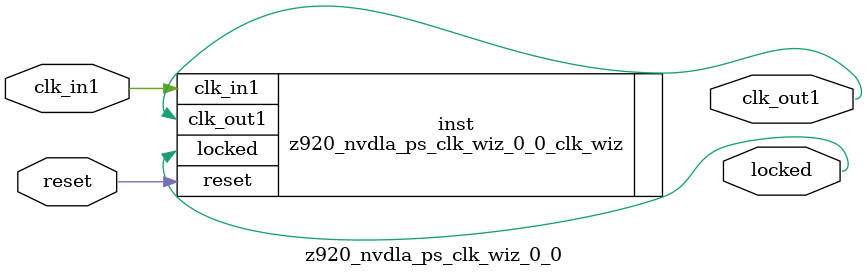
<source format=v>


`timescale 1ps/1ps

(* CORE_GENERATION_INFO = "z920_nvdla_ps_clk_wiz_0_0,clk_wiz_v6_0_0_0,{component_name=z920_nvdla_ps_clk_wiz_0_0,use_phase_alignment=false,use_min_o_jitter=false,use_max_i_jitter=false,use_dyn_phase_shift=false,use_inclk_switchover=false,use_dyn_reconfig=false,enable_axi=0,feedback_source=FDBK_AUTO,PRIMITIVE=MMCM,num_out_clk=1,clkin1_period=6.400,clkin2_period=10.0,use_power_down=false,use_reset=true,use_locked=true,use_inclk_stopped=false,feedback_type=SINGLE,CLOCK_MGR_TYPE=NA,manual_override=false}" *)

module z920_nvdla_ps_clk_wiz_0_0 
 (
  // Clock out ports
  output        clk_out1,
  // Status and control signals
  input         reset,
  output        locked,
 // Clock in ports
  input         clk_in1
 );

  z920_nvdla_ps_clk_wiz_0_0_clk_wiz inst
  (
  // Clock out ports  
  .clk_out1(clk_out1),
  // Status and control signals               
  .reset(reset), 
  .locked(locked),
 // Clock in ports
  .clk_in1(clk_in1)
  );

endmodule

</source>
